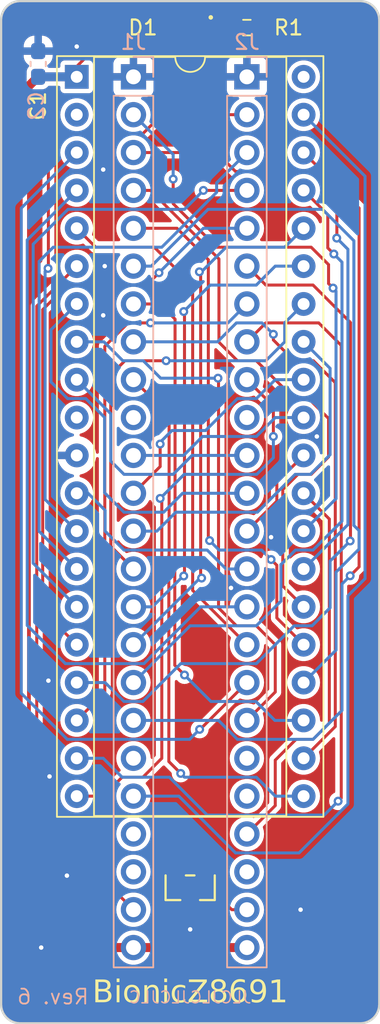
<source format=kicad_pcb>
(kicad_pcb (version 20240108) (generator "pcbnew") (generator_version "8.0")
  (title_block (title "BionicZ8691") (date "2024-12-10") (rev "6") (company "Tadashi G. Takaoka"))
  (layers (0 "F.Cu" mixed) (31 "B.Cu" mixed) (34 "B.Paste" user) (35 "F.Paste" user) (36 "B.SilkS" user "B.Silkscreen") (37 "F.SilkS" user "F.Silkscreen") (38 "B.Mask" user) (39 "F.Mask" user) (44 "Edge.Cuts" user))
  (net 0 "")
  (net 1 "GND")
  (net 2 "VCC")
  (net 3 "/P53")
  (net 5 "/P30")
  (net 6 "/P31")
  (net 7 "/P32")
  (net 8 "/P33")
  (net 9 "/P34")
  (net 10 "/P47")
  (net 11 "/P55")
  (net 12 "/P35")
  (net 13 "/P46")
  (net 14 "/P36")
  (net 15 "/P37")
  (net 16 "/P20")
  (net 18 "/P21")
  (net 20 "/P22")
  (net 21 "/P23")
  (net 22 "/P24")
  (net 23 "/P25")
  (net 24 "/P26")
  (net 25 "/P17")
  (net 26 "/P27")
  (net 27 "/P16")
  (net 28 "/P15")
  (net 29 "/P40")
  (net 30 "/P14")
  (net 31 "/P41")
  (net 32 "/P13")
  (net 33 "/P42")
  (net 34 "/P12")
  (net 35 "/P43")
  (net 36 "/P11")
  (net 37 "/P44")
  (net 38 "/P10")
  (net 39 "/P45")
  (net 43 "/P50")
  (net 45 "Net-(J2-P57)")
  (net 50 "Net-(D1-K)")
  (footprint "0-LocalLibrary:DIP-40_W15.24mm_Socket" (layer "F.Cu") (at 106.08 75.08)
    (property "Reference" "U1" (hide yes))
    (property "Value" "Z86C91")
    (fp_line (start -1.33 -1.39) (end -1.33 49.65) (stroke (width 0.12)) (layer "F.SilkS"))
    (fp_line (start -1.33 49.65) (end 16.57 49.65) (stroke (width 0.12)) (layer "F.SilkS"))
    (fp_line (start 1.16 -1.33) (end 1.16 49.59) (stroke (width 0.12)) (layer "F.SilkS"))
    (fp_line (start 1.16 49.59) (end 14.08 49.59) (stroke (width 0.12)) (layer "F.SilkS"))
    (fp_line (start 6.62 -1.33) (end 1.16 -1.33) (stroke (width 0.12)) (layer "F.SilkS"))
    (fp_line (start 14.08 -1.33) (end 8.62 -1.33) (stroke (width 0.12)) (layer "F.SilkS"))
    (fp_line (start 14.08 49.59) (end 14.08 -1.33) (stroke (width 0.12)) (layer "F.SilkS"))
    (fp_line (start 16.57 -1.39) (end -1.33 -1.39) (stroke (width 0.12)) (layer "F.SilkS"))
    (fp_line (start 16.57 49.65) (end 16.57 -1.39) (stroke (width 0.12)) (layer "F.SilkS"))
    (fp_arc (start 8.62 -1.33) (mid 7.62 -0.33) (end 6.62 -1.33) (stroke (width 0.12)) (layer "F.SilkS"))
    (pad "1" thru_hole rect (at 0 0) (size 1.6 1.6) (drill 0.8) (layers "*.Cu" "*.Mask") (net 2 "VCC"))
    (pad "2" thru_hole oval (at 0 2.54) (size 1.6 1.6) (drill 0.8) (layers "*.Cu" "*.Mask"))
    (pad "3" thru_hole oval (at 0 5.08) (size 1.6 1.6) (drill 0.8) (layers "*.Cu" "*.Mask") (net 13 "/P46"))
    (pad "4" thru_hole oval (at 0 7.62) (size 1.6 1.6) (drill 0.8) (layers "*.Cu" "*.Mask") (net 37 "/P44"))
    (pad "5" thru_hole oval (at 0 10.16) (size 1.6 1.6) (drill 0.8) (layers "*.Cu" "*.Mask") (net 39 "/P45"))
    (pad "6" thru_hole oval (at 0 12.7) (size 1.6 1.6) (drill 0.8) (layers "*.Cu" "*.Mask") (net 3 "/P53"))
    (pad "7" thru_hole oval (at 0 15.24) (size 1.6 1.6) (drill 0.8) (layers "*.Cu" "*.Mask") (net 31 "/P41"))
    (pad "8" thru_hole oval (at 0 17.78) (size 1.6 1.6) (drill 0.8) (layers "*.Cu" "*.Mask") (net 10 "/P47"))
    (pad "9" thru_hole oval (at 0 20.32) (size 1.6 1.6) (drill 0.8) (layers "*.Cu" "*.Mask") (net 29 "/P40"))
    (pad "10" thru_hole oval (at 0 22.86) (size 1.6 1.6) (drill 0.8) (layers "*.Cu" "*.Mask"))
    (pad "11" thru_hole oval (at 0 25.4) (size 1.6 1.6) (drill 0.8) (layers "*.Cu" "*.Mask") (net 1 "GND"))
    (pad "12" thru_hole oval (at 0 27.94) (size 1.6 1.6) (drill 0.8) (layers "*.Cu" "*.Mask") (net 35 "/P43"))
    (pad "13" thru_hole oval (at 0 30.48) (size 1.6 1.6) (drill 0.8) (layers "*.Cu" "*.Mask") (net 16 "/P20"))
    (pad "14" thru_hole oval (at 0 33.02) (size 1.6 1.6) (drill 0.8) (layers "*.Cu" "*.Mask") (net 18 "/P21"))
    (pad "15" thru_hole oval (at 0 35.56) (size 1.6 1.6) (drill 0.8) (layers "*.Cu" "*.Mask") (net 20 "/P22"))
    (pad "16" thru_hole oval (at 0 38.1) (size 1.6 1.6) (drill 0.8) (layers "*.Cu" "*.Mask") (net 21 "/P23"))
    (pad "17" thru_hole oval (at 0 40.64) (size 1.6 1.6) (drill 0.8) (layers "*.Cu" "*.Mask") (net 22 "/P24"))
    (pad "18" thru_hole oval (at 0 43.18) (size 1.6 1.6) (drill 0.8) (layers "*.Cu" "*.Mask") (net 23 "/P25"))
    (pad "19" thru_hole oval (at 0 45.72) (size 1.6 1.6) (drill 0.8) (layers "*.Cu" "*.Mask") (net 24 "/P26"))
    (pad "20" thru_hole oval (at 0 48.26) (size 1.6 1.6) (drill 0.8) (layers "*.Cu" "*.Mask") (net 26 "/P27"))
    (pad "21" thru_hole oval (at 15.24 48.26) (size 1.6 1.6) (drill 0.8) (layers "*.Cu" "*.Mask") (net 25 "/P17"))
    (pad "22" thru_hole oval (at 15.24 45.72) (size 1.6 1.6) (drill 0.8) (layers "*.Cu" "*.Mask") (net 27 "/P16"))
    (pad "23" thru_hole oval (at 15.24 43.18) (size 1.6 1.6) (drill 0.8) (layers "*.Cu" "*.Mask") (net 28 "/P15"))
    (pad "24" thru_hole oval (at 15.24 40.64) (size 1.6 1.6) (drill 0.8) (layers "*.Cu" "*.Mask") (net 30 "/P14"))
    (pad "25" thru_hole oval (at 15.24 38.1) (size 1.6 1.6) (drill 0.8) (layers "*.Cu" "*.Mask") (net 32 "/P13"))
    (pad "26" thru_hole oval (at 15.24 35.56) (size 1.6 1.6) (drill 0.8) (layers "*.Cu" "*.Mask") (net 34 "/P12"))
    (pad "27" thru_hole oval (at 15.24 33.02) (size 1.6 1.6) (drill 0.8) (layers "*.Cu" "*.Mask") (net 36 "/P11"))
    (pad "28" thru_hole oval (at 15.24 30.48) (size 1.6 1.6) (drill 0.8) (layers "*.Cu" "*.Mask") (net 38 "/P10"))
    (pad "29" thru_hole oval (at 15.24 27.94) (size 1.6 1.6) (drill 0.8) (layers "*.Cu" "*.Mask") (net 11 "/P55"))
    (pad "30" thru_hole oval (at 15.24 25.4) (size 1.6 1.6) (drill 0.8) (layers "*.Cu" "*.Mask") (net 33 "/P42"))
    (pad "31" thru_hole oval (at 15.24 22.86) (size 1.6 1.6) (drill 0.8) (layers "*.Cu" "*.Mask") (net 5 "/P30"))
    (pad "32" thru_hole oval (at 15.24 20.32) (size 1.6 1.6) (drill 0.8) (layers "*.Cu" "*.Mask") (net 6 "/P31"))
    (pad "33" thru_hole oval (at 15.24 17.78) (size 1.6 1.6) (drill 0.8) (layers "*.Cu" "*.Mask") (net 7 "/P32"))
    (pad "34" thru_hole oval (at 15.24 15.24) (size 1.6 1.6) (drill 0.8) (layers "*.Cu" "*.Mask") (net 8 "/P33"))
    (pad "35" thru_hole oval (at 15.24 12.7) (size 1.6 1.6) (drill 0.8) (layers "*.Cu" "*.Mask") (net 9 "/P34"))
    (pad "36" thru_hole oval (at 15.24 10.16) (size 1.6 1.6) (drill 0.8) (layers "*.Cu" "*.Mask") (net 12 "/P35"))
    (pad "37" thru_hole oval (at 15.24 7.62) (size 1.6 1.6) (drill 0.8) (layers "*.Cu" "*.Mask") (net 14 "/P36"))
    (pad "38" thru_hole oval (at 15.24 5.08) (size 1.6 1.6) (drill 0.8) (layers "*.Cu" "*.Mask") (net 15 "/P37"))
    (pad "39" thru_hole oval (at 15.24 2.54) (size 1.6 1.6) (drill 0.8) (layers "*.Cu" "*.Mask") (net 43 "/P50"))
    (pad "40" thru_hole oval (at 15.24 0) (size 1.6 1.6) (drill 0.8) (layers "*.Cu" "*.Mask"))
  )
  (footprint "Capacitor_SMD:C_0603_1608Metric_Pad1.08x0.95mm_HandSolder" (layer "F.Cu") (at 103.4892 74.2175 90)
    (property "Reference" "C1" (at -2.8205 0 90) (layer "F.SilkS"))
    (property "Value" "0.1u")
    (fp_line (start -0.146267 -0.51) (end 0.146267 -0.51) (stroke (width 0.12)) (layer "F.SilkS"))
    (fp_line (start -0.146267 0.51) (end 0.146267 0.51) (stroke (width 0.12)) (layer "F.SilkS"))
    (pad "1" smd roundrect (at -0.8625 0 90) (size 1.075 0.95) (layers "F.Cu" "F.Paste" "F.Mask") (net 2 "VCC"))
    (pad "2" smd roundrect (at 0.8625 0 90) (size 1.075 0.95) (layers "F.Cu" "F.Paste" "F.Mask") (net 1 "GND"))
  )
  (footprint "0-LocalLibrary:LED_CSL1901UW1_ROM-M" (layer "F.Cu") (at 113.4333 71.778 180)
    (property "Reference" "D1" (at 2.9083 0 0) (layer "F.SilkS"))
    (property "Value" "CSL1901UW1")
    (fp_circle (center -1.651 0.6858) (end -1.5748 0.6858) (stroke (width 0.1524)) (fill none) (layer "F.SilkS"))
    (pad "1" smd rect (at -0.8763 0 180) (size 0.9652 0.762) (layers "F.Cu" "F.Paste" "F.Mask") (net 50 "Net-(D1-K)"))
    (pad "2" smd rect (at 0.8763 0 180) (size 0.9652 0.762) (layers "F.Cu" "F.Paste" "F.Mask") (net 2 "VCC"))
    (zone (net 0) (net_name "") (layer "F.Cu") (connect_pads (clearance 0)) (min_thickness 0.254)
      (keepout (tracks not_allowed) (vias not_allowed) (pads allowed) (copperpour not_allowed) (footprints allowed))
      (fill (thermal_gap 0.508) (thermal_bridge_width 0.508))
      (polygon (pts (xy 113.7762 72.1336) (xy 113.0904 72.1336) (xy 113.0904 71.4224) (xy 113.7762 71.4224)))
    )
  )
  (footprint "0-LocalLibrary:SOT-23_MC_MCH-M" (layer "F.Cu") (at 113.7 129.486 180)
    (property "Reference" "U2" (hide yes))
    (property "Value" "11AA010-I/TT")
    (fp_line (start 1.652 0.827) (end 1.652 -0.827) (stroke (width 0.1524)) (layer "F.SilkS"))
    (fp_line (start 1.652 -0.827) (end 0.66294 -0.827) (stroke (width 0.1524)) (layer "F.SilkS"))
    (fp_line (start -0.287061 0.827) (end 0.287061 0.827) (stroke (width 0.1524)) (layer "F.SilkS"))
    (fp_line (start -0.66294 -0.827) (end -1.652 -0.827) (stroke (width 0.1524)) (layer "F.SilkS"))
    (fp_line (start -1.652 -0.827) (end -1.652 0.827) (stroke (width 0.1524)) (layer "F.SilkS"))
    (pad "1" smd rect (at -0.950001 1.066 180) (size 0.6604 1.6256) (layers "F.Cu" "F.Paste" "F.Mask") (net 45 "Net-(J2-P57)"))
    (pad "2" smd rect (at 0.950001 1.066 180) (size 0.6604 1.6256) (layers "F.Cu" "F.Paste" "F.Mask") (net 2 "VCC"))
    (pad "3" smd rect (at 0 -1.066 180) (size 0.6604 1.6256) (layers "F.Cu" "F.Paste" "F.Mask") (net 1 "GND"))
  )
  (footprint "Resistor_SMD:R_0603_1608Metric_Pad0.98x0.95mm_HandSolder" (layer "F.Cu") (at 117.51 71.778)
    (property "Reference" "R1" (at 2.794 0 0) (layer "F.SilkS"))
    (property "Value" "1.6k")
    (fp_line (start -0.254724 -0.5225) (end 0.254724 -0.5225) (stroke (width 0.12)) (layer "F.SilkS"))
    (fp_line (start -0.254724 0.5225) (end 0.254724 0.5225) (stroke (width 0.12)) (layer "F.SilkS"))
    (pad "1" smd roundrect (at -0.9125 0) (size 0.975 0.95) (layers "F.Cu" "F.Paste" "F.Mask") (net 50 "Net-(D1-K)"))
    (pad "2" smd roundrect (at 0.9125 0) (size 0.975 0.95) (layers "F.Cu" "F.Paste" "F.Mask") (net 1 "GND"))
  )
  (footprint "0-LocalLibrary:Bionic-P245_Vertical" (layer "B.Cu") (at 117.51 75.08 180)
    (property "Reference" "J2" (at 0 2.33 0) (layer "B.SilkS") (effects (justify mirror)))
    (property "Value" "Bionic-P245")
    (fp_line (start 1.33 -1.27) (end -1.33 -1.27) (stroke (width 0.12)) (layer "B.SilkS"))
    (fp_line (start 1.33 -59.75) (end 1.33 -1.27) (stroke (width 0.12)) (layer "B.SilkS"))
    (fp_line (start 1.33 -59.75) (end -1.33 -59.75) (stroke (width 0.12)) (layer "B.SilkS"))
    (fp_line (start 0 1.33) (end -1.33 1.33) (stroke (width 0.12)) (layer "B.SilkS"))
    (fp_line (start -1.33 1.33) (end -1.33 0) (stroke (width 0.12)) (layer "B.SilkS"))
    (fp_line (start -1.33 -59.75) (end -1.33 -1.27) (stroke (width 0.12)) (layer "B.SilkS"))
    (pad "25" thru_hole oval (at 0 -58.42 180) (size 1.7 1.7) (drill 1) (layers "*.Cu" "*.Mask") (net 2 "VCC"))
    (pad "26" thru_hole oval (at 0 -55.88 180) (size 1.7 1.7) (drill 1) (layers "*.Cu" "*.Mask") (net 45 "Net-(J2-P57)"))
    (pad "27" thru_hole oval (at 0 -53.34 180) (size 1.7 1.7) (drill 1) (layers "*.Cu" "*.Mask"))
    (pad "28" thru_hole oval (at 0 -50.8 180) (size 1.7 1.7) (drill 1) (layers "*.Cu" "*.Mask") (net 11 "/P55"))
    (pad "29" thru_hole oval (at 0 -48.26 180) (size 1.7 1.7) (drill 1) (layers "*.Cu" "*.Mask"))
    (pad "30" thru_hole oval (at 0 -45.72 180) (size 1.7 1.7) (drill 1) (layers "*.Cu" "*.Mask"))
    (pad "31" thru_hole oval (at 0 -43.18 180) (size 1.7 1.7) (drill 1) (layers "*.Cu" "*.Mask") (net 10 "/P47"))
    (pad "32" thru_hole oval (at 0 -40.64 180) (size 1.7 1.7) (drill 1) (layers "*.Cu" "*.Mask") (net 13 "/P46"))
    (pad "33" thru_hole oval (at 0 -38.1 180) (size 1.7 1.7) (drill 1) (layers "*.Cu" "*.Mask") (net 39 "/P45"))
    (pad "34" thru_hole oval (at 0 -35.56 180) (size 1.7 1.7) (drill 1) (layers "*.Cu" "*.Mask") (net 37 "/P44"))
    (pad "35" thru_hole oval (at 0 -33.02 180) (size 1.7 1.7) (drill 1) (layers "*.Cu" "*.Mask") (net 35 "/P43"))
    (pad "36" thru_hole oval (at 0 -30.48 180) (size 1.7 1.7) (drill 1) (layers "*.Cu" "*.Mask") (net 33 "/P42"))
    (pad "37" thru_hole oval (at 0 -27.94 180) (size 1.7 1.7) (drill 1) (layers "*.Cu" "*.Mask") (net 31 "/P41"))
    (pad "38" thru_hole oval (at 0 -25.4 180) (size 1.7 1.7) (drill 1) (layers "*.Cu" "*.Mask") (net 29 "/P40"))
    (pad "39" thru_hole oval (at 0 -22.86 180) (size 1.7 1.7) (drill 1) (layers "*.Cu" "*.Mask"))
    (pad "40" thru_hole oval (at 0 -20.32 180) (size 1.7 1.7) (drill 1) (layers "*.Cu" "*.Mask") (net 26 "/P27"))
    (pad "41" thru_hole oval (at 0 -17.78 180) (size 1.7 1.7) (drill 1) (layers "*.Cu" "*.Mask") (net 24 "/P26"))
    (pad "42" thru_hole oval (at 0 -15.24 180) (size 1.7 1.7) (drill 1) (layers "*.Cu" "*.Mask") (net 23 "/P25"))
    (pad "43" thru_hole oval (at 0 -12.7 180) (size 1.7 1.7) (drill 1) (layers "*.Cu" "*.Mask") (net 22 "/P24"))
    (pad "44" thru_hole oval (at 0 -10.16 180) (size 1.7 1.7) (drill 1) (layers "*.Cu" "*.Mask") (net 21 "/P23"))
    (pad "45" thru_hole oval (at 0 -7.62 180) (size 1.7 1.7) (drill 1) (layers "*.Cu" "*.Mask") (net 20 "/P22"))
    (pad "46" thru_hole oval (at 0 -5.08 180) (size 1.7 1.7) (drill 1) (layers "*.Cu" "*.Mask") (net 18 "/P21"))
    (pad "47" thru_hole oval (at 0 -2.54 180) (size 1.7 1.7) (drill 1) (layers "*.Cu" "*.Mask") (net 16 "/P20"))
    (pad "48" thru_hole rect (at 0 0 180) (size 1.7 1.7) (drill 1) (layers "*.Cu" "*.Mask") (net 1 "GND"))
  )
  (footprint "Capacitor_SMD:C_0603_1608Metric_Pad1.08x0.95mm_HandSolder" (layer "B.Cu") (at 103.4892 74.2164 90)
    (property "Reference" "C2" (at -2.8205 -0.127 90) (layer "B.SilkS") (effects (justify mirror)))
    (property "Value" "22u")
    (fp_line (start 0.146267 -0.51) (end -0.146267 -0.51) (stroke (width 0.12)) (layer "B.SilkS"))
    (fp_line (start 0.146267 0.51) (end -0.146267 0.51) (stroke (width 0.12)) (layer "B.SilkS"))
    (pad "1" smd roundrect (at -0.8625 0 90) (size 1.075 0.95) (layers "B.Cu" "B.Paste" "B.Mask") (net 2 "VCC"))
    (pad "2" smd roundrect (at 0.8625 0 90) (size 1.075 0.95) (layers "B.Cu" "B.Paste" "B.Mask") (net 1 "GND"))
  )
  (footprint "0-LocalLibrary:Bionic-P135_Vertical" (layer "B.Cu") (at 109.89 75.08 180)
    (property "Reference" "J1" (at 0 2.33 0) (layer "B.SilkS") (effects (justify mirror)))
    (property "Value" "Bionic-P135")
    (fp_line (start 1.33 -1.27) (end -1.33 -1.27) (stroke (width 0.12)) (layer "B.SilkS"))
    (fp_line (start 1.33 -59.75) (end 1.33 -1.27) (stroke (width 0.12)) (layer "B.SilkS"))
    (fp_line (start 1.33 -59.75) (end -1.33 -59.75) (stroke (width 0.12)) (layer "B.SilkS"))
    (fp_line (start 0 1.33) (end -1.33 1.33) (stroke (width 0.12)) (layer "B.SilkS"))
    (fp_line (start -1.33 1.33) (end -1.33 0) (stroke (width 0.12)) (layer "B.SilkS"))
    (fp_line (start -1.33 -59.75) (end -1.33 -1.27) (stroke (width 0.12)) (layer "B.SilkS"))
    (pad "1" thru_hole rect (at 0 0 180) (size 1.7 1.7) (drill 1) (layers "*.Cu" "*.Mask") (net 1 "GND"))
    (pad "2" thru_hole oval (at 0 -2.54 180) (size 1.7 1.7) (drill 1) (layers "*.Cu" "*.Mask") (net 38 "/P10"))
    (pad "3" thru_hole oval (at 0 -5.08 180) (size 1.7 1.7) (drill 1) (layers "*.Cu" "*.Mask") (net 36 "/P11"))
    (pad "4" thru_hole oval (at 0 -7.62 180) (size 1.7 1.7) (drill 1) (layers "*.Cu" "*.Mask") (net 34 "/P12"))
    (pad "5" thru_hole oval (at 0 -10.16 180) (size 1.7 1.7) (drill 1) (layers "*.Cu" "*.Mask") (net 32 "/P13"))
    (pad "6" thru_hole oval (at 0 -12.7 180) (size 1.7 1.7) (drill 1) (layers "*.Cu" "*.Mask") (net 30 "/P14"))
    (pad "7" thru_hole oval (at 0 -15.24 180) (size 1.7 1.7) (drill 1) (layers "*.Cu" "*.Mask") (net 28 "/P15"))
    (pad "8" thru_hole oval (at 0 -17.78 180) (size 1.7 1.7) (drill 1) (layers "*.Cu" "*.Mask") (net 27 "/P16"))
    (pad "9" thru_hole oval (at 0 -20.32 180) (size 1.7 1.7) (drill 1) (layers "*.Cu" "*.Mask") (net 25 "/P17"))
    (pad "10" thru_hole oval (at 0 -22.86 180) (size 1.7 1.7) (drill 1) (layers "*.Cu" "*.Mask"))
    (pad "11" thru_hole oval (at 0 -25.4 180) (size 1.7 1.7) (drill 1) (layers "*.Cu" "*.Mask") (net 5 "/P30"))
    (pad "12" thru_hole oval (at 0 -27.94 180) (size 1.7 1.7) (drill 1) (layers "*.Cu" "*.Mask") (net 6 "/P31"))
    (pad "13" thru_hole oval (at 0 -30.48 180) (size 1.7 1.7) (drill 1) (layers "*.Cu" "*.Mask") (net 7 "/P32"))
    (pad "14" thru_hole oval (at 0 -33.02 180) (size 1.7 1.7) (drill 1) (layers "*.Cu" "*.Mask") (net 8 "/P33"))
    (pad "15" thru_hole oval (at 0 -35.56 180) (size 1.7 1.7) (drill 1) (layers "*.Cu" "*.Mask") (net 9 "/P34"))
    (pad "16" thru_hole oval (at 0 -38.1 180) (size 1.7 1.7) (drill 1) (layers "*.Cu" "*.Mask") (net 12 "/P35"))
    (pad "17" thru_hole oval (at 0 -40.64 180) (size 1.7 1.7) (drill 1) (layers "*.Cu" "*.Mask") (net 14 "/P36"))
    (pad "18" thru_hole oval (at 0 -43.18 180) (size 1.7 1.7) (drill 1) (layers "*.Cu" "*.Mask") (net 15 "/P37"))
    (pad "19" thru_hole oval (at 0 -45.72 180) (size 1.7 1.7) (drill 1) (layers "*.Cu" "*.Mask"))
    (pad "20" thru_hole oval (at 0 -48.26 180) (size 1.7 1.7) (drill 1) (layers "*.Cu" "*.Mask") (net 43 "/P50"))
    (pad "21" thru_hole oval (at 0 -50.8 180) (size 1.7 1.7) (drill 1) (layers "*.Cu" "*.Mask"))
    (pad "22" thru_hole oval (at 0 -53.34 180) (size 1.7 1.7) (drill 1) (layers "*.Cu" "*.Mask"))
    (pad "23" thru_hole oval (at 0 -55.88 180) (size 1.7 1.7) (drill 1) (layers "*.Cu" "*.Mask") (net 3 "/P53"))
    (pad "24" thru_hole oval (at 0 -58.42 180) (size 1.7 1.7) (drill 1) (layers "*.Cu" "*.Mask") (net 2 "VCC"))
  )
  (gr_arc (start 101 71.27) (mid 101.371974 70.371974) (end 102.27 70) (stroke (width 0.15)) (layer "Edge.Cuts"))
  (gr_line (start 125.13 70) (end 102.27 70) (stroke (width 0.15)) (layer "Edge.Cuts"))
  (gr_line (start 101 71.27) (end 101 137.31) (stroke (width 0.15)) (layer "Edge.Cuts"))
  (gr_arc (start 102.27 138.58) (mid 101.371974 138.208026) (end 101 137.31) (stroke (width 0.15)) (layer "Edge.Cuts"))
  (gr_line (start 102.27 138.58) (end 125.13 138.58) (stroke (width 0.15)) (layer "Edge.Cuts"))
  (gr_arc (start 126.4 137.31) (mid 126.028026 138.208026) (end 125.13 138.58) (stroke (width 0.15)) (layer "Edge.Cuts"))
  (gr_line (start 126.4 137.31) (end 126.4 71.27) (stroke (width 0.15)) (layer "Edge.Cuts"))
  (gr_arc (start 125.13 70) (mid 126.028026 70.371974) (end 126.4 71.27) (stroke (width 0.15)) (layer "Edge.Cuts"))
  (gr_text "Rev. 6" (at 106.969 136.802 0) (layer "B.SilkS") (effects (font (size 1 1)) (justify left mirror)))
  (gr_text "JLCJLCJLCJLC" (at 113.7 137.31 0) (layer "B.SilkS") (effects (font (size 0.8 0.8)) (justify bottom mirror)))
  (gr_text "BionicZ8691" (at 113.7 136.548 0) (layer "F.SilkS") (effects (font (size 1.5 1.5))))
  (segment (start 106.08 100.48) (end 104.683 100.48) (width 0.4) (layer "F.Cu") (net 1))
  (via (at 107.858 81.303) (size 0.6) (drill 0.3) (layers "F.Cu" "B.Cu") (net 1))
  (via (at 104.2512 122.0192) (size 0.6) (drill 0.3) (layers "F.Cu" "B.Cu") (net 1))
  (via (at 105.4196 128.674) (size 0.6) (drill 0.3) (layers "F.Cu" "B.Cu") (net 1))
  (via (at 103.6924 133.5) (size 0.6) (drill 0.3) (layers "F.Cu" "B.Cu") (net 1))
  (via (at 107.9596 87.78) (size 0.6) (drill 0.3) (layers "F.Cu" "B.Cu") (net 1))
  (via (at 113.7 132.2808) (size 0.6) (drill 0.3) (layers "F.Cu" "B.Cu") (net 1))
  (via (at 104.175 115.593) (size 0.6) (drill 0.3) (layers "F.Cu" "B.Cu") (net 1))
  (via (at 116.4432 109.37) (size 0.6) (drill 0.3) (layers "F.Cu" "B.Cu") (net 1))
  (via (at 121.1168 130.96) (size 0.6) (drill 0.3) (layers "F.Cu" "B.Cu") (net 1))
  (via (at 119.1356 105.9664) (size 0.6) (drill 0.3) (layers "F.Cu" "B.Cu") (net 1))
  (via (at 106.08 73.048) (size 0.6) (drill 0.3) (layers "F.Cu" "B.Cu") (net 1))
  (via (at 122.209 99.21) (size 0.6) (drill 0.3) (layers "F.Cu" "B.Cu") (net 1))
  (via (at 107.858 91.082) (size 0.6) (drill 0.3) (layers "F.Cu" "B.Cu") (net 1))
  (segment (start 106.08 100.48) (end 104.81 100.48) (width 0.4) (layer "B.Cu") (net 1))
  (segment (start 107.35 133.5) (end 102.143 128.293) (width 0.6) (layer "F.Cu") (net 2))
  (segment (start 109.89 133.5) (end 107.35 133.5) (width 0.6) (layer "F.Cu") (net 2))
  (segment (start 112.749999 133.438999) (end 112.811 133.5) (width 0.2) (layer "F.Cu") (net 2))
  (segment (start 108.6872 71.778) (end 112.557 71.778) (width 0.2) (layer "F.Cu") (net 2))
  (segment (start 107.35 133.5) (end 102.143 128.293) (width 0.6) (layer "F.Cu") (net 2))
  (segment (start 103.476 75.08) (end 103.489 75.08) (width 0.6) (layer "F.Cu") (net 2))
  (segment (start 103.476 75.08) (end 103.489 75.08) (width 0.6) (layer "F.Cu") (net 2))
  (segment (start 103.4892 75.08) (end 106.08 75.08) (width 0.6) (layer "F.Cu") (net 2))
  (segment (start 109.89 133.5) (end 107.35 133.5) (width 0.6) (layer "F.Cu") (net 2))
  (segment (start 102.143 76.4135) (end 103.476 75.08) (width 0.6) (layer "F.Cu") (net 2))
  (segment (start 102.143 76.4135) (end 103.476 75.08) (width 0.6) (layer "F.Cu") (net 2))
  (segment (start 105.3852 75.08) (end 108.6872 71.778) (width 0.2) (layer "F.Cu") (net 2))
  (segment (start 112.811 133.5) (end 109.89 133.5) (width 0.6) (layer "F.Cu") (net 2))
  (segment (start 112.749999 128.42) (end 112.749999 133.438999) (width 0.2) (layer "F.Cu") (net 2))
  (segment (start 117.51 133.5) (end 112.811 133.5) (width 0.6) (layer "F.Cu") (net 2))
  (segment (start 102.143 128.293) (end 102.143 76.4135) (width 0.6) (layer "F.Cu") (net 2))
  (segment (start 102.143 128.293) (end 102.143 76.4135) (width 0.6) (layer "F.Cu") (net 2))
  (segment (start 103.4892 75.0789) (end 106.0789 75.0789) (width 0.6) (layer "B.Cu") (net 2))
  (segment (start 106.0789 75.0789) (end 106.08 75.08) (width 0.8) (layer "B.Cu") (net 2))
  (segment (start 103.394 90.466) (end 106.08 87.78) (width 0.2) (layer "F.Cu") (net 3))
  (segment (start 103.394 124.464) (end 103.394 90.466) (width 0.2) (layer "F.Cu") (net 3))
  (segment (start 109.89 130.96) (end 103.394 124.464) (width 0.2) (layer "F.Cu") (net 3))
  (segment (start 121.32 97.94) (end 119.415 97.94) (width 0.2) (layer "B.Cu") (net 5))
  (segment (start 119.415 97.94) (end 118.145 99.21) (width 0.2) (layer "B.Cu") (net 5))
  (segment (start 114.531314 99.21) (end 113.261314 100.48) (width 0.2) (layer "B.Cu") (net 5))
  (segment (start 113.261314 100.48) (end 109.89 100.48) (width 0.2) (layer "B.Cu") (net 5))
  (segment (start 118.145 99.21) (end 114.531314 99.21) (width 0.2) (layer "B.Cu") (net 5))
  (segment (start 111.684 99.718) (end 111.684 101.226) (width 0.2) (layer "F.Cu") (net 6))
  (segment (start 111.684 101.226) (end 109.89 103.02) (width 0.2) (layer "F.Cu") (net 6))
  (via (at 111.684 99.718) (size 0.6) (drill 0.3) (layers "F.Cu" "B.Cu") (net 6))
  (segment (start 114.735 98.81) (end 116.875 96.67) (width 0.2) (layer "B.Cu") (net 6))
  (segment (start 112.4744 98.81) (end 114.735 98.81) (width 0.2) (layer "B.Cu") (net 6))
  (segment (start 111.684 99.718) (end 111.684 99.6004) (width 0.2) (layer "B.Cu") (net 6))
  (segment (start 111.684 99.6004) (end 112.4744 98.81) (width 0.2) (layer "B.Cu") (net 6))
  (segment (start 118.145 96.67) (end 119.415 95.4) (width 0.2) (layer "B.Cu") (net 6))
  (segment (start 116.875 96.67) (end 118.145 96.67) (width 0.2) (layer "B.Cu") (net 6))
  (segment (start 119.415 95.4) (end 121.32 95.4) (width 0.2) (layer "B.Cu") (net 6))
  (segment (start 123.098 100.432317) (end 123.098 94.638) (width 0.2) (layer "B.Cu") (net 7))
  (segment (start 111.4648 105.56) (end 112.7348 104.29) (width 0.2) (layer "B.Cu") (net 7))
  (segment (start 112.7348 104.29) (end 118.214314 104.29) (width 0.2) (layer "B.Cu") (net 7))
  (segment (start 109.89 105.56) (end 111.4648 105.56) (width 0.2) (layer "B.Cu") (net 7))
  (segment (start 123.098 94.638) (end 121.32 92.86) (width 0.2) (layer "B.Cu") (net 7))
  (segment (start 121.780317 101.75) (end 123.098 100.432317) (width 0.2) (layer "B.Cu") (net 7))
  (segment (start 118.214314 104.29) (end 120.754314 101.75) (width 0.2) (layer "B.Cu") (net 7))
  (segment (start 120.754314 101.75) (end 121.780317 101.75) (width 0.2) (layer "B.Cu") (net 7))
  (segment (start 108.366 106.576) (end 109.89 108.1) (width 0.2) (layer "F.Cu") (net 8))
  (segment (start 108.366 95.07815) (end 108.366 106.576) (width 0.2) (layer "F.Cu") (net 8))
  (segment (start 109.31415 94.13) (end 108.366 95.07815) (width 0.2) (layer "F.Cu") (net 8))
  (segment (start 112.084 94.13) (end 109.31415 94.13) (width 0.2) (layer "F.Cu") (net 8))
  (via (at 112.084 94.13) (size 0.6) (drill 0.3) (layers "F.Cu" "B.Cu") (net 8))
  (segment (start 118.78 94.13) (end 120.05 92.86) (width 0.2) (layer "B.Cu") (net 8))
  (segment (start 112.084 94.13) (end 118.78 94.13) (width 0.2) (layer "B.Cu") (net 8))
  (segment (start 120.05 92.86) (end 120.05 91.59) (width 0.2) (layer "B.Cu") (net 8))
  (segment (start 120.05 91.59) (end 121.32 90.32) (width 0.2) (layer "B.Cu") (net 8))
  (segment (start 113.319 108.519) (end 113.319 90.879) (width 0.2) (layer "F.Cu") (net 9))
  (segment (start 113.268 108.57) (end 113.319 108.519) (width 0.2) (layer "F.Cu") (net 9))
  (segment (start 113.319 90.879) (end 113.268 90.828) (width 0.2) (layer "F.Cu") (net 9))
  (via (at 113.268 108.57) (size 0.6) (drill 0.3) (layers "F.Cu" "B.Cu") (net 9))
  (via (at 113.268 90.828) (size 0.6) (drill 0.3) (layers "F.Cu" "B.Cu") (net 9))
  (segment (start 115.043525 89.052475) (end 118.142525 89.052475) (width 0.2) (layer "B.Cu") (net 9))
  (segment (start 113.23 108.57) (end 111.16 110.64) (width 0.2) (layer "B.Cu") (net 9))
  (segment (start 119.415 87.78) (end 121.32 87.78) (width 0.2) (layer "B.Cu") (net 9))
  (segment (start 113.268 108.57) (end 113.23 108.57) (width 0.2) (layer "B.Cu") (net 9))
  (segment (start 118.142525 89.052475) (end 119.415 87.78) (width 0.2) (layer "B.Cu") (net 9))
  (segment (start 113.268 90.828) (end 115.043525 89.052475) (width 0.2) (layer "B.Cu") (net 9))
  (segment (start 111.16 110.64) (end 109.89 110.64) (width 0.2) (layer "B.Cu") (net 9))
  (segment (start 119.415 116.355) (end 117.51 118.26) (width 0.2) (layer "F.Cu") (net 10))
  (segment (start 119.415 113.18) (end 119.415 116.355) (width 0.2) (layer "F.Cu") (net 10))
  (segment (start 115.57 95.2984) (end 115.605 95.3334) (width 0.2) (layer "F.Cu") (net 10))
  (segment (start 118.145 111.91) (end 119.415 113.18) (width 0.2) (layer "F.Cu") (net 10))
  (segment (start 115.605 110.709314) (end 116.805686 111.91) (width 0.2) (layer "F.Cu") (net 10))
  (segment (start 116.805686 111.91) (end 118.145 111.91) (width 0.2) (layer "F.Cu") (net 10))
  (segment (start 115.605 95.3334) (end 115.605 110.709314) (width 0.2) (layer "F.Cu") (net 10))
  (via (at 115.57 95.2984) (size 0.6) (drill 0.3) (layers "F.Cu" "B.Cu") (net 10))
  (segment (start 110.5504 94.13) (end 109.1788 94.13) (width 0.2) (layer "B.Cu") (net 10))
  (segment (start 109.1788 94.13) (end 107.9088 92.86) (width 0.2) (layer "B.Cu") (net 10))
  (segment (start 107.9088 92.86) (end 106.08 92.86) (width 0.2) (layer "B.Cu") (net 10))
  (segment (start 115.57 95.2984) (end 111.7188 95.2984) (width 0.2) (layer "B.Cu") (net 10))
  (segment (start 111.7188 95.2984) (end 110.5504 94.13) (width 0.2) (layer "B.Cu") (net 10))
  (segment (start 119.415 123.975) (end 117.51 125.88) (width 0.2) (layer "F.Cu") (net 11))
  (segment (start 121.32 103.02) (end 123.0472 104.7472) (width 0.2) (layer "F.Cu") (net 11))
  (segment (start 123.0472 118.4378) (end 121.955 119.53) (width 0.2) (layer "F.Cu") (net 11))
  (segment (start 119.415 120.927) (end 119.415 123.975) (width 0.2) (layer "F.Cu") (net 11))
  (segment (start 120.812 119.53) (end 119.415 120.927) (width 0.2) (layer "F.Cu") (net 11))
  (segment (start 121.955 119.53) (end 120.812 119.53) (width 0.2) (layer "F.Cu") (net 11))
  (segment (start 123.0472 104.7472) (end 123.0472 118.4378) (width 0.2) (layer "F.Cu") (net 11))
  (segment (start 114.405 108.6466) (end 114.405 88.2468) (width 0.2) (layer "F.Cu") (net 12))
  (segment (start 114.405 88.2468) (end 114.3192 88.161) (width 0.2) (layer "F.Cu") (net 12))
  (segment (start 114.468 108.7096) (end 114.405 108.6466) (width 0.2) (layer "F.Cu") (net 12))
  (via (at 114.468 108.7096) (size 0.6) (drill 0.3) (layers "F.Cu" "B.Cu") (net 12))
  (via (at 114.3192 88.161) (size 0.6) (drill 0.3) (layers "F.Cu" "B.Cu") (net 12))
  (segment (start 114.3192 88.161) (end 114.462 88.161) (width 0.2) (layer "B.Cu") (net 12))
  (segment (start 114.468 108.7096) (end 114.3604 108.7096) (width 0.2) (layer "B.Cu") (net 12))
  (segment (start 120.05 86.51) (end 121.32 85.24) (width 0.2) (layer "B.Cu") (net 12))
  (segment (start 114.462 88.161) (end 116.113 86.51) (width 0.2) (layer "B.Cu") (net 12))
  (segment (start 116.113 86.51) (end 120.05 86.51) (width 0.2) (layer "B.Cu") (net 12))
  (segment (start 114.3604 108.7096) (end 109.89 113.18) (width 0.2) (layer "B.Cu") (net 12))
  (segment (start 114.335 118.86) (end 114.37 118.86) (width 0.2) (layer "F.Cu") (net 13))
  (segment (start 114.37 118.86) (end 117.51 115.72) (width 0.2) (layer "F.Cu") (net 13))
  (via (at 114.335 118.86) (size 0.6) (drill 0.3) (layers "F.Cu" "B.Cu") (net 13))
  (segment (start 113.665 119.53) (end 105.445 119.53) (width 0.2) (layer "B.Cu") (net 13))
  (segment (start 114.335 118.86) (end 113.665 119.53) (width 0.2) (layer "B.Cu") (net 13))
  (segment (start 102.3528 116.4378) (end 102.3528 83.8872) (width 0.2) (layer "B.Cu") (net 13))
  (segment (start 117.51 115.72) (end 117.2765 115.72) (width 0.2) (layer "B.Cu") (net 13))
  (segment (start 105.445 119.53) (end 102.3528 116.4378) (width 0.2) (layer "B.Cu") (net 13))
  (segment (start 102.3528 83.8872) (end 106.08 80.16) (width 0.2) (layer "B.Cu") (net 13))
  (segment (start 123.352 86.9672) (end 122.9456 86.5608) (width 0.2) (layer "F.Cu") (net 14))
  (segment (start 122.9456 84.3256) (end 121.32 82.7) (width 0.2) (layer "F.Cu") (net 14))
  (segment (start 122.9456 86.5608) (end 122.9456 84.3256) (width 0.2) (layer "F.Cu") (net 14))
  (via (at 123.352 86.9672) (size 0.6) (drill 0.3) (layers "F.Cu" "B.Cu") (net 14))
  (segment (start 118.1435 111.9115) (end 113.6985 111.9115) (width 0.2) (layer "B.Cu") (net 14))
  (segment (start 120.7743 106.83) (end 119.796 107.8083) (width 0.2) (layer "B.Cu") (net 14))
  (segment (start 119.796 107.8083) (end 119.796 110.259) (width 0.2) (layer "B.Cu") (net 14))
  (segment (start 121.955 106.83) (end 120.7743 106.83) (width 0.2) (layer "B.Cu") (net 14))
  (segment (start 119.796 110.259) (end 118.1435 111.9115) (width 0.2) (layer "B.Cu") (net 14))
  (segment (start 113.6985 111.9115) (end 109.89 115.72) (width 0.2) (layer "B.Cu") (net 14))
  (segment (start 123.898 104.887) (end 121.955 106.83) (width 0.2) (layer "B.Cu") (net 14))
  (segment (start 123.352 86.9672) (end 123.898 87.5132) (width 0.2) (layer "B.Cu") (net 14))
  (segment (start 123.898 87.5132) (end 123.898 104.887) (width 0.2) (layer "B.Cu") (net 14))
  (segment (start 125.0472 107.9572) (end 125.0472 83.8872) (width 0.2) (layer "F.Cu") (net 15))
  (segment (start 124.4472 108.5572) (end 125.0472 107.9572) (width 0.2) (layer "F.Cu") (net 15))
  (segment (start 125.0472 83.8872) (end 121.32 80.16) (width 0.2) (layer "F.Cu") (net 15))
  (via (at 124.4472 108.5572) (size 0.6) (drill 0.3) (layers "F.Cu" "B.Cu") (net 15))
  (segment (start 115.605 118.26) (end 109.89 118.26) (width 0.2) (layer "B.Cu") (net 15))
  (segment (start 116.875 119.53) (end 115.605 118.26) (width 0.2) (layer "B.Cu") (net 15))
  (segment (start 121.955 119.53) (end 116.875 119.53) (width 0.2) (layer "B.Cu") (net 15))
  (segment (start 123.898 117.587) (end 121.955 119.53) (width 0.2) (layer "B.Cu") (net 15))
  (segment (start 123.898 109.1064) (end 123.898 117.587) (width 0.2) (layer "B.Cu") (net 15))
  (segment (start 124.4472 108.5572) (end 123.898 109.1064) (width 0.2) (layer "B.Cu") (net 15))
  (segment (start 104.175 80.271182) (end 105.556182 78.89) (width 0.2) (layer "F.Cu") (net 16))
  (segment (start 104.1528 87.9324) (end 104.175 87.9102) (width 0.2) (layer "F.Cu") (net 16))
  (segment (start 110.525 78.89) (end 111.795 77.62) (width 0.2) (layer "F.Cu") (net 16))
  (segment (start 105.556182 78.89) (end 110.525 78.89) (width 0.2) (layer "F.Cu") (net 16))
  (segment (start 104.175 87.9102) (end 104.175 80.271182) (width 0.2) (layer "F.Cu") (net 16))
  (segment (start 111.795 77.62) (end 117.51 77.62) (width 0.2) (layer "F.Cu") (net 16))
  (via (at 104.1528 87.9324) (size 0.6) (drill 0.3) (layers "F.Cu" "B.Cu") (net 16))
  (segment (start 104.1528 87.9324) (end 103.9528 88.1324) (width 0.2) (layer "B.Cu") (net 16))
  (segment (start 103.9528 88.1324) (end 103.9528 103.4328) (width 0.2) (layer "B.Cu") (net 16))
  (segment (start 103.9528 103.4328) (end 106.08 105.56) (width 0.2) (layer "B.Cu") (net 16))
  (segment (start 111.795 86.51) (end 104.5052 86.51) (width 0.2) (layer "B.Cu") (net 18))
  (segment (start 117.51 80.16) (end 115.478 82.192) (width 0.2) (layer "B.Cu") (net 18))
  (segment (start 104.5052 86.51) (end 103.5528 87.4624) (width 0.2) (layer "B.Cu") (net 18))
  (segment (start 103.5528 87.4624) (end 103.5528 105.5728) (width 0.2) (layer "B.Cu") (net 18))
  (segment (start 103.5528 105.5728) (end 106.08 108.1) (width 0.2) (layer "B.Cu") (net 18))
  (segment (start 115.478 82.192) (end 115.478 82.827) (width 0.2) (layer "B.Cu") (net 18))
  (segment (start 115.478 82.827) (end 111.795 86.51) (width 0.2) (layer "B.Cu") (net 18))
  (segment (start 114.589 82.7) (end 117.51 82.7) (width 0.2) (layer "F.Cu") (net 20))
  (via (at 114.589 82.7) (size 0.6) (drill 0.3) (layers "F.Cu" "B.Cu") (net 20))
  (segment (start 105.492683 83.97) (end 103.1528 86.309883) (width 0.2) (layer "B.Cu") (net 20))
  (segment (start 103.1528 86.309883) (end 103.1528 107.7128) (width 0.2) (layer "B.Cu") (net 20))
  (segment (start 113.319 83.97) (end 105.492683 83.97) (width 0.2) (layer "B.Cu") (net 20))
  (segment (start 114.589 82.7) (end 113.319 83.97) (width 0.2) (layer "B.Cu") (net 20))
  (segment (start 103.1528 107.7128) (end 106.08 110.64) (width 0.2) (layer "B.Cu") (net 20))
  (segment (start 103.794 110.894) (end 106.08 113.18) (width 0.2) (layer "F.Cu") (net 21))
  (segment (start 103.794 90.701) (end 103.794 110.894) (width 0.2) (layer "F.Cu") (net 21))
  (segment (start 111.6045 88.2245) (end 110.7658 89.0632) (width 0.2) (layer "F.Cu") (net 21))
  (segment (start 105.4318 89.0632) (end 103.794 90.701) (width 0.2) (layer "F.Cu") (net 21))
  (segment (start 110.7658 89.0632) (end 105.4318 89.0632) (width 0.2) (layer "F.Cu") (net 21))
  (via (at 111.6045 88.2245) (size 0.6) (drill 0.3) (layers "F.Cu" "B.Cu") (net 21))
  (segment (start 111.6045 88.2245) (end 114.589 85.24) (width 0.2) (layer "B.Cu") (net 21))
  (segment (start 114.589 85.24) (end 117.51 85.24) (width 0.2) (layer "B.Cu") (net 21))
  (segment (start 118.78 89.05) (end 117.51 87.78) (width 0.2) (layer "F.Cu") (net 22))
  (segment (start 121.955 89.05) (end 118.78 89.05) (width 0.2) (layer "F.Cu") (net 22))
  (segment (start 124.4696 91.5646) (end 121.955 89.05) (width 0.2) (layer "F.Cu") (net 22))
  (segment (start 124.4472 106.2204) (end 124.4696 106.198) (width 0.2) (layer "F.Cu") (net 22))
  (segment (start 124.4696 106.198) (end 124.4696 91.5646) (width 0.2) (layer "F.Cu") (net 22))
  (via (at 124.4472 106.2204) (size 0.6) (drill 0.3) (layers "F.Cu" "B.Cu") (net 22))
  (segment (start 120.685 111.91) (end 118.145 114.45) (width 0.2) (layer "B.Cu") (net 22))
  (segment (start 123.098 107.5696) (end 123.098 110.7035) (width 0.2) (layer "B.Cu") (net 22))
  (segment (start 113.065 114.45) (end 110.525 116.99) (width 0.2) (layer "B.Cu") (net 22))
  (segment (start 123.098 110.7035) (end 121.8915 111.91) (width 0.2) (layer "B.Cu") (net 22))
  (segment (start 109.255 116.99) (end 107.985 115.72) (width 0.2) (layer "B.Cu") (net 22))
  (segment (start 110.525 116.99) (end 109.255 116.99) (width 0.2) (layer "B.Cu") (net 22))
  (segment (start 124.4472 106.2204) (end 123.098 107.5696) (width 0.2) (layer "B.Cu") (net 22))
  (segment (start 118.145 114.45) (end 113.065 114.45) (width 0.2) (layer "B.Cu") (net 22))
  (segment (start 121.8915 111.91) (end 120.685 111.91) (width 0.2) (layer "B.Cu") (net 22))
  (segment (start 107.985 115.72) (end 106.08 115.72) (width 0.2) (layer "B.Cu") (net 22))
  (segment (start 107.966 93.157654) (end 107.966 116.374) (width 0.2) (layer "F.Cu") (net 23))
  (segment (start 111.033 91.59) (end 109.533654 91.59) (width 0.2) (layer "F.Cu") (net 23))
  (segment (start 109.533654 91.59) (end 107.966 93.157654) (width 0.2) (layer "F.Cu") (net 23))
  (segment (start 107.966 116.374) (end 106.08 118.26) (width 0.2) (layer "F.Cu") (net 23))
  (via (at 111.033 91.59) (size 0.6) (drill 0.3) (layers "F.Cu" "B.Cu") (net 23))
  (segment (start 116.24 91.59) (end 117.51 90.32) (width 0.2) (layer "B.Cu") (net 23))
  (segment (start 111.033 91.59) (end 116.24 91.59) (width 0.2) (layer "B.Cu") (net 23))
  (segment (start 118.78 91.59) (end 117.51 92.86) (width 0.2) (layer "F.Cu") (net 24))
  (segment (start 122.336 91.59) (end 118.78 91.59) (width 0.2) (layer "F.Cu") (net 24))
  (segment (start 123.8472 123.46947) (end 123.8472 93.1012) (width 0.2) (layer "F.Cu") (net 24))
  (segment (start 123.8472 93.1012) (end 122.336 91.59) (width 0.2) (layer "F.Cu") (net 24))
  (segment (start 123.638935 123.677735) (end 123.8472 123.46947) (width 0.2) (layer "F.Cu") (net 24))
  (via (at 123.638935 123.677735) (size 0.6) (drill 0.3) (layers "F.Cu" "B.Cu") (net 24))
  (segment (start 109.128 122.07) (end 107.858 120.8) (width 0.2) (layer "B.Cu") (net 24))
  (segment (start 107.858 120.8) (end 106.08 120.8) (width 0.2) (layer "B.Cu") (net 24))
  (segment (start 123.638935 123.677735) (end 122.70667 124.61) (width 0.2) (layer "B.Cu") (net 24))
  (segment (start 114.843 124.61) (end 112.303 122.07) (width 0.2) (layer "B.Cu") (net 24))
  (segment (start 122.70667 124.61) (end 114.843 124.61) (width 0.2) (layer "B.Cu") (net 24))
  (segment (start 112.303 122.07) (end 109.128 122.07) (width 0.2) (layer "B.Cu") (net 24))
  (segment (start 112.284 97.794) (end 109.89 95.4) (width 0.2) (layer "F.Cu") (net 25))
  (segment (start 113.065 121.816) (end 112.268 121.019) (width 0.2) (layer "F.Cu") (net 25))
  (segment (start 112.268 121.019) (end 112.268 107.203086) (width 0.2) (layer "F.Cu") (net 25))
  (segment (start 112.268 107.203086) (end 112.284 107.187086) (width 0.2) (layer "F.Cu") (net 25))
  (segment (start 112.284 107.187086) (end 112.284 97.794) (width 0.2) (layer "F.Cu") (net 25))
  (via (at 113.065 121.816) (size 0.6) (drill 0.3) (layers "F.Cu" "B.Cu") (net 25))
  (segment (start 119.415 123.34) (end 121.32 123.34) (width 0.2) (layer "B.Cu") (net 25))
  (segment (start 113.319 122.07) (end 118.145 122.07) (width 0.2) (layer "B.Cu") (net 25))
  (segment (start 118.145 122.07) (end 119.415 123.34) (width 0.2) (layer "B.Cu") (net 25))
  (segment (start 113.065 121.816) (end 113.319 122.07) (width 0.2) (layer "B.Cu") (net 25))
  (segment (start 110.525 122.07) (end 109.128 122.07) (width 0.2) (layer "F.Cu") (net 26))
  (segment (start 107.858 123.34) (end 106.08 123.34) (width 0.2) (layer "F.Cu") (net 26))
  (segment (start 111.795 120.8) (end 110.525 122.07) (width 0.2) (layer "F.Cu") (net 26))
  (segment (start 111.684 103.3649) (end 111.795 103.4759) (width 0.2) (layer "F.Cu") (net 26))
  (segment (start 119.288 97.178) (end 117.51 95.4) (width 0.2) (layer "F.Cu") (net 26))
  (segment (start 119.288 99.21) (end 119.288 97.178) (width 0.2) (layer "F.Cu") (net 26))
  (segment (start 111.795 103.4759) (end 111.795 120.8) (width 0.2) (layer "F.Cu") (net 26))
  (segment (start 109.128 122.07) (end 107.858 123.34) (width 0.2) (layer "F.Cu") (net 26))
  (via (at 119.288 99.21) (size 0.6) (drill 0.3) (layers "F.Cu" "B.Cu") (net 26))
  (via (at 111.684 103.3649) (size 0.6) (drill 0.3) (layers "F.Cu" "B.Cu") (net 26))
  (segment (start 119.288 100.6336) (end 119.288 99.21) (width 0.2) (layer "B.Cu") (net 26))
  (segment (start 111.684 103.3649) (end 113.2989 101.75) (width 0.2) (layer "B.Cu") (net 26))
  (segment (start 113.2989 101.75) (end 118.1716 101.75) (width 0.2) (layer "B.Cu") (net 26))
  (segment (start 118.1716 101.75) (end 119.288 100.6336) (width 0.2) (layer "B.Cu") (net 26))
  (segment (start 120.685 94.13) (end 121.9776 94.13) (width 0.2) (layer "F.Cu") (net 27))
  (segment (start 119.288 92.733) (end 120.685 94.13) (width 0.2) (layer "F.Cu") (net 27))
  (segment (start 119.288 92.352) (end 119.288 92.733) (width 0.2) (layer "F.Cu") (net 27))
  (segment (start 123.4472 95.5996) (end 123.4472 118.6728) (width 0.2) (layer "F.Cu") (net 27))
  (segment (start 123.4472 118.6728) (end 121.32 120.8) (width 0.2) (layer "F.Cu") (net 27))
  (segment (start 121.9776 94.13) (end 123.4472 95.5996) (width 0.2) (layer "F.Cu") (net 27))
  (via (at 119.288 92.352) (size 0.6) (drill 0.3) (layers "F.Cu" "B.Cu") (net 27))
  (segment (start 115.535686 92.86) (end 109.89 92.86) (width 0.2) (layer "B.Cu") (net 27))
  (segment (start 118.526 91.59) (end 116.805686 91.59) (width 0.2) (layer "B.Cu") (net 27))
  (segment (start 119.288 92.352) (end 118.526 91.59) (width 0.2) (layer "B.Cu") (net 27))
  (segment (start 116.805686 91.59) (end 115.535686 92.86) (width 0.2) (layer "B.Cu") (net 27))
  (segment (start 111.668 90.32) (end 109.89 90.32) (width 0.2) (layer "F.Cu") (net 28))
  (segment (start 112.668 107.368771) (end 112.684 107.352771) (width 0.2) (layer "F.Cu") (net 28))
  (segment (start 113.319 115.212) (end 112.668 114.561) (width 0.2) (layer "F.Cu") (net 28))
  (segment (start 112.684 91.336) (end 111.668 90.32) (width 0.2) (layer "F.Cu") (net 28))
  (segment (start 112.684 107.352771) (end 112.684 91.336) (width 0.2) (layer "F.Cu") (net 28))
  (segment (start 112.668 114.561) (end 112.668 107.368771) (width 0.2) (layer "F.Cu") (net 28))
  (via (at 113.319 115.212) (size 0.6) (drill 0.3) (layers "F.Cu" "B.Cu") (net 28))
  (segment (start 115.097 116.99) (end 118.1196 116.99) (width 0.2) (layer "B.Cu") (net 28))
  (segment (start 119.3896 118.26) (end 121.32 118.26) (width 0.2) (layer "B.Cu") (net 28))
  (segment (start 113.319 115.212) (end 115.097 116.99) (width 0.2) (layer "B.Cu") (net 28))
  (segment (start 118.1196 116.99) (end 119.3896 118.26) (width 0.2) (layer "B.Cu") (net 28))
  (segment (start 117.51 100.48) (end 113.827 100.48) (width 0.2) (layer "B.Cu") (net 29))
  (segment (start 113.827 100.48) (end 112.557 101.75) (width 0.2) (layer "B.Cu") (net 29))
  (segment (start 108.366 97.686) (end 106.08 95.4) (width 0.2) (layer "B.Cu") (net 29))
  (segment (start 112.557 101.75) (end 109.255 101.75) (width 0.2) (layer "B.Cu") (net 29))
  (segment (start 108.366 100.861) (end 108.366 97.686) (width 0.2) (layer "B.Cu") (net 29))
  (segment (start 109.255 101.75) (end 108.366 100.861) (width 0.2) (layer "B.Cu") (net 29))
  (segment (start 109.89 87.78) (end 111.090685 87.78) (width 0.2) (layer "B.Cu") (net 30))
  (segment (start 124.698 105.1788) (end 125.0472 105.528) (width 0.2) (layer "B.Cu") (net 30))
  (segment (start 114.900685 83.97) (end 122.59 83.97) (width 0.2) (layer "B.Cu") (net 30))
  (segment (start 124.698 86.078) (end 124.698 105.1788) (width 0.2) (layer "B.Cu") (net 30))
  (segment (start 123.498 113.542) (end 121.32 115.72) (width 0.2) (layer "B.Cu") (net 30))
  (segment (start 125.0472 105.528) (end 125.0472 106.7604) (width 0.2) (layer "B.Cu") (net 30))
  (segment (start 125.0472 106.7604) (end 123.498 108.3096) (width 0.2) (layer "B.Cu") (net 30))
  (segment (start 123.498 108.3096) (end 123.498 113.542) (width 0.2) (layer "B.Cu") (net 30))
  (segment (start 122.59 83.97) (end 124.698 86.078) (width 0.2) (layer "B.Cu") (net 30))
  (segment (start 111.090685 87.78) (end 114.900685 83.97) (width 0.2) (layer "B.Cu") (net 30))
  (segment (start 113.192 103.02) (end 117.51 103.02) (width 0.2) (layer "B.Cu") (net 31))
  (segment (start 104.3528 95.5524) (end 105.4704 96.67) (width 0.2) (layer "B.Cu") (net 31))
  (segment (start 107.9496 102.9846) (end 109.255 104.29) (width 0.2) (layer "B.Cu") (net 31))
  (segment (start 107.9496 97.93) (end 107.9496 102.9846) (width 0.2) (layer "B.Cu") (net 31))
  (segment (start 104.3528 92.0472) (end 104.3528 95.5524) (width 0.2) (layer "B.Cu") (net 31))
  (segment (start 111.922 104.29) (end 113.192 103.02) (width 0.2) (layer "B.Cu") (net 31))
  (segment (start 109.255 104.29) (end 111.922 104.29) (width 0.2) (layer "B.Cu") (net 31))
  (segment (start 106.6896 96.67) (end 107.9496 97.93) (width 0.2) (layer "B.Cu") (net 31))
  (segment (start 106.08 90.32) (end 104.3528 92.0472) (width 0.2) (layer "B.Cu") (net 31))
  (segment (start 105.4704 96.67) (end 106.6896 96.67) (width 0.2) (layer "B.Cu") (net 31))
  (segment (start 112.811 85.24) (end 109.89 85.24) (width 0.2) (layer "F.Cu") (net 32))
  (segment (start 115.005 106.195) (end 114.9192 106.1092) (width 0.2) (layer "F.Cu") (net 32))
  (segment (start 114.9192 87.3482) (end 112.811 85.24) (width 0.2) (layer "F.Cu") (net 32))
  (segment (start 119.523 107.8524) (end 119.523 111.383) (width 0.2) (layer "F.Cu") (net 32))
  (segment (start 119.523 111.383) (end 121.32 113.18) (width 0.2) (layer "F.Cu") (net 32))
  (segment (start 119.1356 107.465) (end 119.523 107.8524) (width 0.2) (layer "F.Cu") (net 32))
  (segment (start 114.9192 106.1092) (end 114.9192 87.3482) (width 0.2) (layer "F.Cu") (net 32))
  (via (at 115.005 106.195) (size 0.6) (drill 0.3) (layers "F.Cu" "B.Cu") (net 32))
  (via (at 119.1356 107.465) (size 0.6) (drill 0.3) (layers "F.Cu" "B.Cu") (net 32))
  (segment (start 115.005 106.195) (end 115.64 106.83) (width 0.2) (layer "B.Cu") (net 32))
  (segment (start 115.64 106.83) (end 118.5006 106.83) (width 0.2) (layer "B.Cu") (net 32))
  (segment (start 118.5006 106.83) (end 119.1356 107.465) (width 0.2) (layer "B.Cu") (net 32))
  (segment (start 121.32 100.48) (end 119.523 102.277) (width 0.2) (layer "F.Cu") (net 33))
  (segment (start 119.523 102.277) (end 119.523 103.547) (width 0.2) (layer "F.Cu") (net 33))
  (segment (start 119.523 103.547) (end 117.51 105.56) (width 0.2) (layer "F.Cu") (net 33))
  (segment (start 120.939 101.75) (end 119.923 102.766) (width 0.2) (layer "F.Cu") (net 34))
  (segment (start 111.033 82.7) (end 115.6336 87.3006) (width 0.2) (layer "F.Cu") (net 34))
  (segment (start 122.9964 98.0034) (end 122.9964 100.5816) (width 0.2) (layer "F.Cu") (net 34))
  (segment (start 120.685 96.67) (end 121.663 96.67) (width 0.2) (layer "F.Cu") (net 34))
  (segment (start 115.6336 87.3006) (end 115.6336 92.8886) (width 0.2) (layer "F.Cu") (net 34))
  (segment (start 119.923 102.766) (end 119.923 109.243) (width 0.2) (layer "F.Cu") (net 34))
  (segment (start 109.89 82.7) (end 111.033 82.7) (width 0.2) (layer "F.Cu") (net 34))
  (segment (start 118.145 94.13) (end 120.685 96.67) (width 0.2) (layer "F.Cu") (net 34))
  (segment (start 115.6336 92.8886) (end 116.875 94.13) (width 0.2) (layer "F.Cu") (net 34))
  (segment (start 122.9964 100.5816) (end 121.828 101.75) (width 0.2) (layer "F.Cu") (net 34))
  (segment (start 121.663 96.67) (end 122.9964 98.0034) (width 0.2) (layer "F.Cu") (net 34))
  (segment (start 119.923 109.243) (end 121.32 110.64) (width 0.2) (layer "F.Cu") (net 34))
  (segment (start 116.875 94.13) (end 118.145 94.13) (width 0.2) (layer "F.Cu") (net 34))
  (segment (start 121.828 101.75) (end 120.939 101.75) (width 0.2) (layer "F.Cu") (net 34))
  (segment (start 117.51 108.1) (end 116.113 108.1) (width 0.2) (layer "B.Cu") (net 35))
  (segment (start 116.113 108.1) (end 114.843 106.83) (width 0.2) (layer "B.Cu") (net 35))
  (segment (start 109.255 106.83) (end 107.985 105.56) (width 0.2) (layer "B.Cu") (net 35))
  (segment (start 107.985 104.163) (end 106.842 103.02) (width 0.2) (layer "B.Cu") (net 35))
  (segment (start 107.985 105.56) (end 107.985 104.163) (width 0.2) (layer "B.Cu") (net 35))
  (segment (start 114.843 106.83) (end 109.255 106.83) (width 0.2) (layer "B.Cu") (net 35))
  (segment (start 106.842 103.02) (end 106.08 103.02) (width 0.2) (layer "B.Cu") (net 35))
  (segment (start 123.5456 85.9004) (end 123.5552 85.8908) (width 0.2) (layer "F.Cu") (net 36))
  (segment (start 115.478 80.16) (end 109.89 80.16) (width 0.2) (layer "F.Cu") (net 36))
  (segment (start 123.5552 85.8908) (end 123.5552 83.1572) (width 0.2) (layer "F.Cu") (net 36))
  (segment (start 116.748 81.43) (end 115.478 80.16) (width 0.2) (layer "F.Cu") (net 36))
  (segment (start 121.828 81.43) (end 116.748 81.43) (width 0.2) (layer "F.Cu") (net 36))
  (segment (start 123.5552 83.1572) (end 121.828 81.43) (width 0.2) (layer "F.Cu") (net 36))
  (via (at 123.5456 85.9004) (size 0.6) (drill 0.3) (layers "F.Cu" "B.Cu") (net 36))
  (segment (start 123.5456 85.9004) (end 124.298 86.6528) (width 0.2) (layer "B.Cu") (net 36))
  (segment (start 124.298 105.122) (end 121.32 108.1) (width 0.2) (layer "B.Cu") (net 36))
  (segment (start 124.298 86.6528) (end 124.298 105.122) (width 0.2) (layer "B.Cu") (net 36))
  (segment (start 102.7528 111.8848) (end 105.318 114.45) (width 0.2) (layer "B.Cu") (net 37))
  (segment (start 102.7528 86.0272) (end 102.7528 111.8848) (width 0.2) (layer "B.Cu") (net 37))
  (segment (start 110.594314 114.45) (end 114.404314 110.64) (width 0.2) (layer "B.Cu") (net 37))
  (segment (start 106.08 82.7) (end 102.7528 86.0272) (width 0.2) (layer "B.Cu") (net 37))
  (segment (start 114.404314 110.64) (end 117.51 110.64) (width 0.2) (layer "B.Cu") (net 37))
  (segment (start 105.318 114.45) (end 110.594314 114.45) (width 0.2) (layer "B.Cu") (net 37))
  (segment (start 123.298 89.2532) (end 122.9964 88.9516) (width 0.2) (layer "F.Cu") (net 38))
  (segment (start 122.9964 88.9516) (end 122.9964 87.6784) (width 0.2) (layer "F.Cu") (net 38))
  (segment (start 115.478 86.51) (end 112.557 83.589) (width 0.2) (layer "F.Cu") (net 38))
  (segment (start 122.9964 87.6784) (end 121.828 86.51) (width 0.2) (layer "F.Cu") (net 38))
  (segment (start 121.828 86.51) (end 115.478 86.51) (width 0.2) (layer "F.Cu") (net 38))
  (segment (start 112.557 83.589) (end 112.557 81.938) (width 0.2) (layer "F.Cu") (net 38))
  (via (at 123.298 89.2532) (size 0.6) (drill 0.3) (layers "F.Cu" "B.Cu") (net 38))
  (via (at 112.557 81.938) (size 0.6) (drill 0.3) (layers "F.Cu" "B.Cu") (net 38))
  (segment (start 123.298 89.2532) (end 123.498 89.4532) (width 0.2) (layer "B.Cu") (net 38))
  (segment (start 123.498 103.382) (end 121.32 105.56) (width 0.2) (layer "B.Cu") (net 38))
  (segment (start 112.557 80.287) (end 109.89 77.62) (width 0.2) (layer "B.Cu") (net 38))
  (segment (start 123.498 89.4532) (end 123.498 103.382) (width 0.2) (layer "B.Cu") (net 38))
  (segment (start 112.557 81.938) (end 112.557 80.287) (width 0.2) (layer "B.Cu") (net 38))
  (segment (start 111.287 86.51) (end 107.35 86.51) (width 0.2) (layer "F.Cu") (net 39))
  (segment (start 117.51 113.18) (end 113.868 109.538) (width 0.2) (layer "F.Cu") (net 39))
  (segment (start 113.868 89.091) (end 111.287 86.51) (width 0.2) (layer "F.Cu") (net 39))
  (segment (start 113.868 109.538) (end 113.868 89.091) (width 0.2) (layer "F.Cu") (net 39))
  (segment (start 107.35 86.51) (end 106.08 85.24) (width 0.2) (layer "F.Cu") (net 39))
  (segment (start 112.938 123.34) (end 116.748 127.15) (width 0.2) (layer "B.Cu") (net 43))
  (segment (start 124.298 123.8672) (end 124.298 109.8972) (width 0.2) (layer "B.Cu") (net 43))
  (segment (start 125.4472 108.748) (end 125.4472 81.7472) (width 0.2) (layer "B.Cu") (net 43))
  (segment (start 116.748 127.15) (end 121.0152 127.15) (width 0.2) (layer "B.Cu") (net 43))
  (segment (start 124.298 109.8972) (end 125.4472 108.748) (width 0.2) (layer "B.Cu") (net 43))
  (segment (start 125.4472 81.7472) (end 121.32 77.62) (width 0.2) (layer "B.Cu") (net 43))
  (segment (start 121.0152 127.15) (end 124.298 123.8672) (width 0.2) (layer "B.Cu") (net 43))
  (segment (start 109.89 123.34) (end 112.938 123.34) (width 0.2) (layer "B.Cu") (net 43))
  (segment (start 114.65 129.116) (end 114.65 128.42) (width 0.2) (layer "F.Cu") (net 45))
  (segment (start 117.51 130.96) (end 116.494 130.96) (width 0.2) (layer "F.Cu") (net 45))
  (segment (start 116.494 130.96) (end 114.65 129.116) (width 0.2) (layer "F.Cu") (net 45))
  (segment (start 116.5975 71.778) (end 114.3096 71.778) (width 0.2) (layer "F.Cu") (net 50))
  (zone (net 1) (net_name "GND") (layers "F&B.Cu") (connect_pads (clearance 0.3)) (min_thickness 0.2) (fill yes (thermal_gap 0.5) (thermal_bridge_width 0.5))
    (polygon (pts (xy 101 70) (xy 126.4 70) (xy 126.4 138.58) (xy 101 138.58)))
  )
)
</source>
